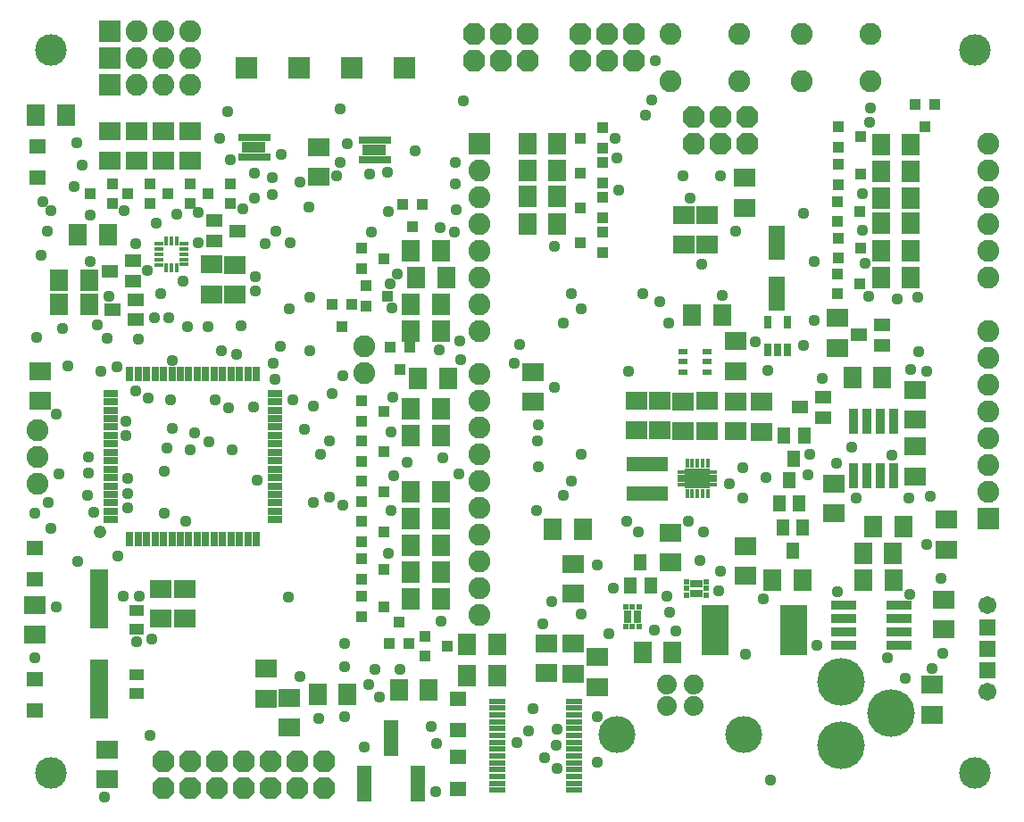
<source format=gts>
G75*
%MOIN*%
%OFA0B0*%
%FSLAX24Y24*%
%IPPOS*%
%LPD*%
%AMOC8*
5,1,8,0,0,1.08239X$1,22.5*
%
%ADD10C,0.1780*%
%ADD11R,0.0671X0.2245*%
%ADD12R,0.0552X0.0395*%
%ADD13R,0.0820X0.0820*%
%ADD14C,0.0820*%
%ADD15R,0.0395X0.0434*%
%ADD16R,0.0434X0.0395*%
%ADD17R,0.0986X0.1891*%
%ADD18R,0.0631X0.0474*%
%ADD19C,0.1182*%
%ADD20R,0.0710X0.0790*%
%ADD21R,0.0320X0.0950*%
%ADD22R,0.0631X0.1261*%
%ADD23R,0.0950X0.0320*%
%ADD24OC8,0.0820*%
%ADD25R,0.0790X0.0710*%
%ADD26R,0.0631X0.0552*%
%ADD27R,0.0550X0.0300*%
%ADD28R,0.0300X0.0550*%
%ADD29R,0.0474X0.0631*%
%ADD30R,0.0595X0.0595*%
%ADD31C,0.0671*%
%ADD32R,0.0848X0.0848*%
%ADD33R,0.0630X0.0217*%
%ADD34R,0.0190X0.0277*%
%ADD35R,0.0867X0.0434*%
%ADD36R,0.0356X0.0237*%
%ADD37R,0.0316X0.0493*%
%ADD38R,0.0344X0.0178*%
%ADD39R,0.0178X0.0344*%
%ADD40R,0.0789X0.0710*%
%ADD41C,0.0740*%
%ADD42C,0.1380*%
%ADD43R,0.0550X0.1380*%
%ADD44R,0.1537X0.0552*%
%ADD45R,0.0178X0.0356*%
%ADD46R,0.0356X0.0178*%
%ADD47R,0.0930X0.0749*%
%ADD48R,0.0198X0.0218*%
%ADD49R,0.0316X0.0454*%
%ADD50R,0.0218X0.0198*%
%ADD51R,0.0454X0.0316*%
%ADD52C,0.0437*%
%ADD53C,0.0476*%
D10*
X031317Y003593D03*
X033167Y004774D03*
X031317Y005955D03*
D11*
X003617Y005668D03*
X003617Y009054D03*
D12*
X005017Y008616D03*
X005017Y007907D03*
X005017Y006216D03*
X005017Y005507D03*
D13*
X017817Y026061D03*
X004017Y028261D03*
X004017Y029261D03*
X004017Y030261D03*
X036817Y012061D03*
D14*
X036817Y013061D03*
X036817Y014061D03*
X036817Y015061D03*
X036817Y016061D03*
X036817Y017061D03*
X036817Y018061D03*
X036817Y019061D03*
X036817Y021061D03*
X036817Y022061D03*
X036817Y023061D03*
X036817Y024061D03*
X036817Y025061D03*
X036817Y026061D03*
X032397Y028371D03*
X032397Y030151D03*
X029837Y030151D03*
X029837Y028371D03*
X027497Y028371D03*
X027497Y030151D03*
X024937Y030151D03*
X024937Y028371D03*
X017817Y025061D03*
X017817Y024061D03*
X017817Y023061D03*
X017817Y022061D03*
X017817Y021061D03*
X017817Y020061D03*
X017817Y019061D03*
X017817Y017461D03*
X017817Y016461D03*
X017817Y015461D03*
X017817Y014461D03*
X017817Y013461D03*
X017817Y012461D03*
X017817Y011461D03*
X017817Y010461D03*
X017817Y009461D03*
X017817Y008461D03*
X013517Y017481D03*
X013517Y018481D03*
X007017Y028261D03*
X007017Y029261D03*
X007017Y030261D03*
X006017Y030261D03*
X005017Y030261D03*
X005017Y029261D03*
X006017Y029261D03*
X006017Y028261D03*
X005017Y028261D03*
X001317Y015361D03*
X001317Y014361D03*
X001317Y013361D03*
D15*
X012303Y020045D03*
X013051Y020045D03*
X012677Y019218D03*
X014463Y018435D03*
X015211Y018435D03*
X014837Y017608D03*
X015317Y022958D03*
X015691Y023785D03*
X014943Y023785D03*
X014817Y008194D03*
X015191Y007368D03*
X014443Y007368D03*
X034447Y026688D03*
X034821Y027515D03*
X034073Y027515D03*
D16*
X032030Y026301D03*
X031203Y025927D03*
X031203Y025275D03*
X031203Y024527D03*
X031193Y023885D03*
X032020Y023511D03*
X031193Y023137D03*
X031203Y022515D03*
X031203Y021767D03*
X031193Y021185D03*
X031193Y020437D03*
X032020Y020811D03*
X032030Y022141D03*
X032030Y024901D03*
X031203Y026675D03*
X022410Y026635D03*
X022410Y025887D03*
X022410Y025335D03*
X022410Y024587D03*
X022410Y024035D03*
X022410Y023287D03*
X022410Y022735D03*
X022410Y021987D03*
X021584Y022361D03*
X021584Y023661D03*
X021584Y024961D03*
X021584Y026261D03*
X014250Y021761D03*
X013423Y021387D03*
X013563Y020735D03*
X014390Y020361D03*
X013563Y019987D03*
X013423Y022135D03*
X008510Y023807D03*
X007684Y024181D03*
X007010Y023807D03*
X006184Y024181D03*
X005510Y023807D03*
X004684Y024181D03*
X004110Y023807D03*
X003284Y024181D03*
X004110Y024555D03*
X005510Y024555D03*
X007010Y024555D03*
X008510Y024555D03*
X013423Y016435D03*
X013423Y015687D03*
X013423Y014935D03*
X014250Y014561D03*
X013423Y014187D03*
X013423Y013435D03*
X014250Y013061D03*
X013423Y012687D03*
X013423Y011935D03*
X013423Y011187D03*
X013423Y010535D03*
X014250Y010161D03*
X013423Y009787D03*
X013423Y009135D03*
X013423Y008387D03*
X014250Y008761D03*
X015783Y007655D03*
X016610Y007281D03*
X015783Y006907D03*
X014250Y011561D03*
X014250Y016061D03*
D17*
X026620Y007891D03*
X029533Y007891D03*
D18*
X030640Y015827D03*
X029774Y016201D03*
X030640Y016575D03*
X032860Y018527D03*
X032860Y019275D03*
X031994Y018901D03*
X008770Y022791D03*
X007904Y022417D03*
X007904Y023165D03*
X004880Y021665D03*
X004014Y021291D03*
X004880Y020917D03*
X004970Y020225D03*
X004970Y019477D03*
X004104Y019851D03*
D19*
X001817Y002561D03*
X001817Y029561D03*
X036317Y029561D03*
X036317Y002561D03*
D20*
X033267Y009751D03*
X033257Y010761D03*
X033637Y011741D03*
X032517Y011741D03*
X032137Y010761D03*
X032147Y009751D03*
X029877Y009761D03*
X028757Y009761D03*
X025017Y007041D03*
X023897Y007041D03*
X021677Y011651D03*
X020557Y011651D03*
X016377Y012061D03*
X015257Y012061D03*
X015257Y011061D03*
X016377Y011061D03*
X016377Y010061D03*
X015257Y010061D03*
X015257Y009061D03*
X016377Y009061D03*
X017357Y007361D03*
X018477Y007361D03*
X018477Y006171D03*
X017357Y006171D03*
X015927Y005631D03*
X014807Y005631D03*
X012887Y005481D03*
X011767Y005481D03*
X015257Y013061D03*
X016377Y013061D03*
X016377Y015131D03*
X015257Y015131D03*
X015257Y016161D03*
X016377Y016161D03*
X016637Y017271D03*
X015517Y017271D03*
X015257Y019061D03*
X016377Y019061D03*
X016377Y020061D03*
X015257Y020061D03*
X015447Y021061D03*
X015257Y022061D03*
X016377Y022061D03*
X016567Y021061D03*
X019607Y023061D03*
X019607Y024071D03*
X019607Y025061D03*
X020727Y025061D03*
X020727Y024071D03*
X020727Y023061D03*
X020727Y026061D03*
X019607Y026061D03*
X025757Y019631D03*
X026877Y019631D03*
X031737Y017321D03*
X032857Y017321D03*
X032807Y021041D03*
X033927Y021041D03*
X033917Y022061D03*
X032797Y022061D03*
X032807Y023081D03*
X033927Y023081D03*
X033927Y024021D03*
X032807Y024021D03*
X032807Y025001D03*
X033927Y025001D03*
X033927Y026021D03*
X032807Y026021D03*
X003937Y022631D03*
X002817Y022631D03*
X003247Y020951D03*
X003247Y020061D03*
X002127Y020061D03*
X002127Y020951D03*
X002377Y027121D03*
X001257Y027121D03*
D21*
X031767Y015691D03*
X032267Y015691D03*
X032767Y015691D03*
X033267Y015691D03*
X033267Y013631D03*
X032767Y013631D03*
X032267Y013631D03*
X031767Y013631D03*
D22*
X028897Y020456D03*
X028897Y022346D03*
D23*
X031427Y008801D03*
X031427Y008301D03*
X031427Y007801D03*
X031427Y007301D03*
X033487Y007301D03*
X033487Y007801D03*
X033487Y008301D03*
X033487Y008801D03*
D24*
X027817Y026061D03*
X026817Y026061D03*
X026817Y027061D03*
X027817Y027061D03*
X025817Y027061D03*
X025817Y026061D03*
X023587Y029161D03*
X022587Y029161D03*
X021587Y029161D03*
X021587Y030161D03*
X022587Y030161D03*
X023587Y030161D03*
X019617Y030161D03*
X018617Y030161D03*
X017617Y030161D03*
X017617Y029161D03*
X018617Y029161D03*
X019617Y029161D03*
X012017Y002981D03*
X012017Y001981D03*
X011017Y001981D03*
X010017Y001981D03*
X010017Y002981D03*
X011017Y002981D03*
X009017Y002981D03*
X008017Y002981D03*
X008017Y001981D03*
X009017Y001981D03*
X007017Y001981D03*
X007017Y002981D03*
X006017Y002981D03*
X006017Y001981D03*
D25*
X003917Y002301D03*
X003917Y003421D03*
X001217Y007701D03*
X001217Y008821D03*
X005917Y008301D03*
X006797Y008301D03*
X006797Y009421D03*
X005917Y009421D03*
X009837Y006431D03*
X009837Y005311D03*
X010727Y005351D03*
X010727Y004231D03*
X020307Y006271D03*
X021297Y006261D03*
X021297Y007381D03*
X020307Y007391D03*
X021327Y009241D03*
X021327Y010361D03*
X023667Y015331D03*
X023667Y016451D03*
X026307Y016431D03*
X026307Y015311D03*
X028347Y015291D03*
X028347Y016411D03*
X027387Y017551D03*
X027387Y018671D03*
X031187Y018411D03*
X031187Y019531D03*
X034067Y016861D03*
X034067Y015741D03*
X034077Y014731D03*
X034077Y013611D03*
X035247Y012011D03*
X035247Y010891D03*
X035157Y009021D03*
X035157Y007901D03*
X034727Y005831D03*
X034727Y004711D03*
X027737Y009901D03*
X027737Y011021D03*
X031037Y012231D03*
X031037Y013351D03*
X027727Y023661D03*
X027727Y024781D03*
X007807Y021531D03*
X007807Y020411D03*
X007017Y025401D03*
X006017Y025401D03*
X005017Y025401D03*
X004017Y025401D03*
X004017Y026521D03*
X005017Y026521D03*
X006017Y026521D03*
X007017Y026521D03*
X001407Y017561D03*
X001407Y016441D03*
D26*
X001217Y010952D03*
X001217Y009771D03*
X001217Y006052D03*
X001217Y004871D03*
X017027Y005312D03*
X017027Y004131D03*
X017027Y003142D03*
X017027Y001961D03*
X001307Y024771D03*
X001307Y025952D03*
D27*
X004046Y016723D03*
X004046Y016409D03*
X004046Y016094D03*
X004046Y015779D03*
X004046Y015464D03*
X004046Y015149D03*
X004046Y014834D03*
X004046Y014519D03*
X004046Y014204D03*
X004046Y013889D03*
X004046Y013574D03*
X004046Y013259D03*
X004046Y012944D03*
X004046Y012629D03*
X004046Y012314D03*
X004046Y011999D03*
X010188Y011999D03*
X010188Y012314D03*
X010188Y012629D03*
X010188Y012944D03*
X010188Y013259D03*
X010188Y013574D03*
X010188Y013889D03*
X010188Y014204D03*
X010188Y014519D03*
X010188Y014834D03*
X010188Y015149D03*
X010188Y015464D03*
X010188Y015779D03*
X010188Y016094D03*
X010188Y016409D03*
X010188Y016723D03*
D28*
X009479Y017432D03*
X009164Y017432D03*
X008849Y017432D03*
X008534Y017432D03*
X008219Y017432D03*
X007904Y017432D03*
X007589Y017432D03*
X007274Y017432D03*
X006959Y017432D03*
X006644Y017432D03*
X006329Y017432D03*
X006014Y017432D03*
X005699Y017432D03*
X005384Y017432D03*
X005069Y017432D03*
X004754Y017432D03*
X004754Y011290D03*
X005069Y011290D03*
X005384Y011290D03*
X005699Y011290D03*
X006014Y011290D03*
X006329Y011290D03*
X006644Y011290D03*
X006959Y011290D03*
X007274Y011290D03*
X007589Y011290D03*
X007904Y011290D03*
X008219Y011290D03*
X008534Y011290D03*
X008849Y011290D03*
X009164Y011290D03*
X009479Y011290D03*
D29*
X023453Y009558D03*
X024201Y009558D03*
X023827Y010424D03*
X029133Y011714D03*
X029881Y011714D03*
X029507Y010848D03*
X029751Y012618D03*
X029003Y012618D03*
X029377Y013484D03*
X029557Y014268D03*
X029931Y015134D03*
X029183Y015134D03*
D30*
X036767Y007969D03*
X036767Y007181D03*
X036767Y006394D03*
D31*
X036782Y005567D03*
X036782Y008795D03*
D32*
X015025Y028891D03*
X013057Y028891D03*
X011085Y028891D03*
X009117Y028891D03*
D33*
X018477Y005225D03*
X018477Y004969D03*
X018477Y004713D03*
X018477Y004457D03*
X018477Y004201D03*
X018477Y003945D03*
X018477Y003689D03*
X018477Y003433D03*
X018477Y003177D03*
X018477Y002921D03*
X018477Y002666D03*
X018477Y002410D03*
X018477Y002154D03*
X018477Y001898D03*
X021356Y001898D03*
X021356Y002154D03*
X021356Y002410D03*
X021356Y002666D03*
X021356Y002921D03*
X021356Y003177D03*
X021356Y003433D03*
X021356Y003689D03*
X021356Y003945D03*
X021356Y004201D03*
X021356Y004457D03*
X021356Y004713D03*
X021356Y004969D03*
X021356Y005225D03*
D34*
X014398Y025439D03*
X014201Y025439D03*
X014004Y025439D03*
X013807Y025439D03*
X013610Y025439D03*
X013414Y025439D03*
X013414Y026187D03*
X013610Y026187D03*
X013807Y026187D03*
X014004Y026187D03*
X014201Y026187D03*
X014398Y026187D03*
X009898Y026287D03*
X009701Y026287D03*
X009504Y026287D03*
X009307Y026287D03*
X009110Y026287D03*
X008914Y026287D03*
X008914Y025539D03*
X009110Y025539D03*
X009307Y025539D03*
X009504Y025539D03*
X009701Y025539D03*
X009898Y025539D03*
D35*
X009394Y025913D03*
X013894Y025813D03*
D36*
X025403Y018275D03*
X025403Y017901D03*
X025403Y017527D03*
X026304Y017527D03*
X026304Y017901D03*
X026304Y018275D03*
D37*
X028565Y018330D03*
X028939Y018330D03*
X029313Y018330D03*
X029309Y019393D03*
X028565Y019393D03*
D38*
X006777Y021531D03*
X006777Y021728D03*
X006777Y021925D03*
X006777Y022122D03*
X006777Y022319D03*
X005856Y022315D03*
X005856Y022118D03*
X005856Y021921D03*
X005856Y021724D03*
X005856Y021528D03*
D39*
X006120Y021425D03*
X006317Y021425D03*
X006514Y021425D03*
X006514Y022417D03*
X006317Y022417D03*
X006120Y022417D03*
D40*
X008667Y021502D03*
X008667Y020400D03*
X011817Y024810D03*
X011817Y025912D03*
X019817Y017512D03*
X019817Y016410D03*
X024547Y016432D03*
X025417Y016422D03*
X025417Y015320D03*
X024547Y015330D03*
X027387Y015310D03*
X027387Y016412D03*
X024947Y011502D03*
X024947Y010400D03*
X022197Y006862D03*
X022197Y005760D03*
X025457Y022290D03*
X026317Y022280D03*
X026317Y023382D03*
X025457Y023392D03*
D41*
X025809Y005841D03*
X024825Y005841D03*
X024825Y005061D03*
X025809Y005061D03*
D42*
X027687Y003991D03*
X022947Y003991D03*
D43*
X015497Y002151D03*
X013497Y002151D03*
X014497Y003851D03*
D44*
X024077Y012980D03*
X024077Y014082D03*
D45*
X025563Y014108D03*
X025760Y014108D03*
X025957Y014108D03*
X026154Y014108D03*
X026350Y014108D03*
X026350Y012978D03*
X026154Y012974D03*
X025957Y012974D03*
X025760Y012974D03*
X025563Y012974D03*
D46*
X025394Y013305D03*
X025394Y013463D03*
X025394Y013620D03*
X025394Y013777D03*
X026520Y013777D03*
X026520Y013620D03*
X026520Y013463D03*
X026520Y013305D03*
D47*
X025957Y013541D03*
D48*
X023783Y008742D03*
X023527Y008742D03*
X023271Y008742D03*
X023271Y008021D03*
X023527Y008021D03*
X023783Y008021D03*
D49*
X023708Y008383D03*
X023342Y008383D03*
D50*
X025556Y009175D03*
X025556Y009431D03*
X025556Y009687D03*
X026277Y009687D03*
X026277Y009431D03*
X026277Y009175D03*
D51*
X025915Y009246D03*
X025915Y009612D03*
D52*
X024807Y009161D03*
X024897Y008541D03*
X025147Y007831D03*
X024337Y007891D03*
X022637Y007731D03*
X021607Y008481D03*
X020517Y008961D03*
X020167Y008121D03*
X022817Y009431D03*
X022207Y010301D03*
X023757Y011531D03*
X023317Y011961D03*
X025627Y011951D03*
X026167Y011531D03*
X026047Y010491D03*
X026797Y010081D03*
X026747Y009351D03*
X028417Y009041D03*
X030427Y007301D03*
X031177Y009301D03*
X033887Y009201D03*
X035037Y009811D03*
X034517Y011071D03*
X034657Y012871D03*
X033857Y012821D03*
X033197Y014411D03*
X031727Y014701D03*
X031157Y014101D03*
X030137Y014431D03*
X030067Y013681D03*
X028497Y013581D03*
X027647Y013961D03*
X027147Y013361D03*
X027657Y012801D03*
X031867Y012811D03*
X030617Y017271D03*
X029907Y018511D03*
X030307Y019461D03*
X032337Y020331D03*
X033417Y020251D03*
X034167Y020311D03*
X032227Y021581D03*
X032117Y022821D03*
X032117Y024171D03*
X029897Y023461D03*
X030297Y021651D03*
X027377Y022791D03*
X026107Y021561D03*
X026877Y020381D03*
X024887Y019341D03*
X024547Y020161D03*
X023897Y020431D03*
X021617Y019891D03*
X021247Y020431D03*
X020937Y019341D03*
X019317Y018561D03*
X019117Y017861D03*
X020617Y016961D03*
X020007Y015541D03*
X019967Y014961D03*
X019997Y013971D03*
X021247Y013461D03*
X020937Y012921D03*
X019947Y012331D03*
X021617Y014461D03*
X023387Y017541D03*
X028127Y018641D03*
X028577Y017571D03*
X033927Y017611D03*
X034527Y017561D03*
X034197Y018281D03*
X026797Y024861D03*
X025667Y024021D03*
X025397Y024831D03*
X023027Y024321D03*
X022957Y025511D03*
X022887Y026261D03*
X024007Y027121D03*
X024237Y027681D03*
X024367Y029131D03*
X017217Y027661D03*
X015407Y025791D03*
X014387Y024991D03*
X013697Y024911D03*
X012617Y025361D03*
X012467Y024851D03*
X011117Y024611D03*
X011437Y023681D03*
X010087Y024131D03*
X010087Y024771D03*
X009417Y024961D03*
X008517Y025461D03*
X008097Y026261D03*
X008417Y027261D03*
X010417Y025661D03*
X009397Y024001D03*
X008967Y023621D03*
X010227Y022771D03*
X009817Y022321D03*
X010747Y022331D03*
X009437Y021081D03*
X009447Y020531D03*
X008917Y019251D03*
X008757Y018171D03*
X008167Y018301D03*
X007677Y019221D03*
X006917Y019221D03*
X006217Y019541D03*
X005667Y019561D03*
X005087Y018761D03*
X003927Y018771D03*
X003547Y019281D03*
X003987Y020361D03*
X003267Y021641D03*
X001667Y022771D03*
X001817Y023541D03*
X001517Y023891D03*
X002667Y024461D03*
X002987Y025261D03*
X002787Y026091D03*
X004547Y023531D03*
X003277Y023381D03*
X004987Y022321D03*
X005757Y023081D03*
X006507Y023411D03*
X007327Y023471D03*
X007307Y022331D03*
X006757Y020911D03*
X005907Y020461D03*
X005407Y021301D03*
X002247Y019161D03*
X001267Y018821D03*
X002457Y017751D03*
X003667Y017551D03*
X004287Y017701D03*
X004977Y016821D03*
X005447Y016561D03*
X006287Y016481D03*
X006337Y015411D03*
X006147Y014681D03*
X007027Y014621D03*
X007177Y015261D03*
X007727Y014901D03*
X008587Y014611D03*
X009527Y013491D03*
X011627Y012651D03*
X012207Y012851D03*
X012697Y012541D03*
X014517Y012361D03*
X014617Y013661D03*
X015117Y014161D03*
X014507Y015281D03*
X014567Y016581D03*
X012697Y017391D03*
X012327Y016721D03*
X011607Y016231D03*
X010857Y016491D03*
X010177Y017241D03*
X010107Y017841D03*
X010387Y018491D03*
X011477Y018301D03*
X010717Y019871D03*
X011477Y020311D03*
X014477Y020801D03*
X014747Y021181D03*
X014557Y019901D03*
X016327Y018331D03*
X017067Y018671D03*
X017117Y017991D03*
X016447Y014311D03*
X017047Y013701D03*
X014417Y010761D03*
X016367Y008221D03*
X014847Y006411D03*
X013917Y006421D03*
X013667Y005831D03*
X014077Y005381D03*
X012777Y004641D03*
X011797Y004571D03*
X011117Y006161D03*
X012777Y006511D03*
X012777Y007391D03*
X010687Y009101D03*
X006837Y011941D03*
X006037Y012251D03*
X004677Y012441D03*
X004667Y012971D03*
X004687Y013561D03*
X006037Y013821D03*
X004607Y015151D03*
X004627Y015671D03*
X003217Y014361D03*
X003227Y013741D03*
X003167Y012921D03*
X003407Y012271D03*
X001817Y011691D03*
X001217Y012261D03*
X001717Y012661D03*
X002117Y013701D03*
X002017Y015961D03*
X006357Y017961D03*
X007937Y016471D03*
X008437Y016171D03*
X009367Y016211D03*
X011287Y015371D03*
X012217Y014961D03*
X011887Y014441D03*
X005117Y009161D03*
X004517Y009161D03*
X002817Y010441D03*
X004317Y010661D03*
X002017Y008761D03*
X001217Y006861D03*
X005017Y007441D03*
X005587Y007551D03*
X005517Y003961D03*
X003817Y001661D03*
X013527Y003521D03*
X016007Y004281D03*
X016207Y003661D03*
X016177Y001851D03*
X019197Y003691D03*
X019647Y004111D03*
X019807Y004951D03*
X020727Y004181D03*
X020687Y003591D03*
X020247Y003121D03*
X020717Y002701D03*
X022217Y002961D03*
X022217Y004661D03*
X027737Y006971D03*
X028667Y002281D03*
X033717Y006091D03*
X033047Y006841D03*
X034727Y006431D03*
X035107Y007011D03*
X020617Y022211D03*
X016867Y022761D03*
X016347Y022911D03*
X016947Y023581D03*
X016917Y024561D03*
X016927Y025361D03*
X014417Y023511D03*
X013767Y022731D03*
X012867Y026061D03*
X012617Y027361D03*
X001437Y021881D03*
X032377Y026851D03*
X032417Y027391D03*
D53*
X003647Y011551D03*
M02*

</source>
